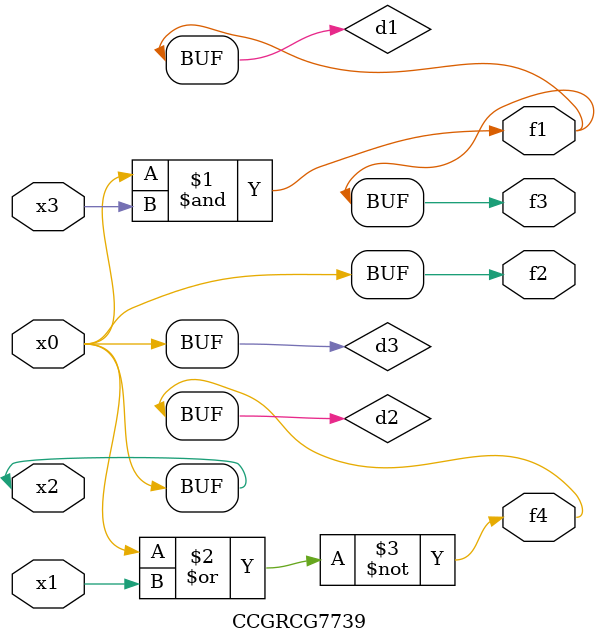
<source format=v>
module CCGRCG7739(
	input x0, x1, x2, x3,
	output f1, f2, f3, f4
);

	wire d1, d2, d3;

	and (d1, x2, x3);
	nor (d2, x0, x1);
	buf (d3, x0, x2);
	assign f1 = d1;
	assign f2 = d3;
	assign f3 = d1;
	assign f4 = d2;
endmodule

</source>
